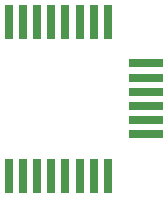
<source format=gbr>
G04 #@! TF.GenerationSoftware,KiCad,Pcbnew,5.0.2+dfsg1-1~bpo9+1*
G04 #@! TF.CreationDate,2019-02-15T21:28:05-06:00*
G04 #@! TF.ProjectId,CommunicationBoard,436f6d6d-756e-4696-9361-74696f6e426f,rev?*
G04 #@! TF.SameCoordinates,Original*
G04 #@! TF.FileFunction,Paste,Top*
G04 #@! TF.FilePolarity,Positive*
%FSLAX46Y46*%
G04 Gerber Fmt 4.6, Leading zero omitted, Abs format (unit mm)*
G04 Created by KiCad (PCBNEW 5.0.2+dfsg1-1~bpo9+1) date vie 15 feb 2019 21:28:05 CST*
%MOMM*%
%LPD*%
G01*
G04 APERTURE LIST*
%ADD10R,0.800000X3.000000*%
%ADD11R,3.000000X0.800000*%
G04 APERTURE END LIST*
D10*
G04 #@! TO.C,IC1*
X118286100Y-112029100D03*
X119486100Y-112029100D03*
X120686100Y-112029100D03*
X121886100Y-112029100D03*
X123086100Y-112029100D03*
X124286100Y-112029100D03*
X125486100Y-112029100D03*
X126686100Y-112029100D03*
D11*
X129936100Y-115529100D03*
X129936100Y-116729100D03*
X129936100Y-117929100D03*
X129936100Y-119129100D03*
X129936100Y-120329100D03*
X129936100Y-121529100D03*
D10*
X126686100Y-125029100D03*
X125486100Y-125029100D03*
X124286100Y-125029100D03*
X123086100Y-125029100D03*
X121886100Y-125029100D03*
X120686100Y-125029100D03*
X119486100Y-125029100D03*
X118286100Y-125029100D03*
G04 #@! TD*
M02*

</source>
